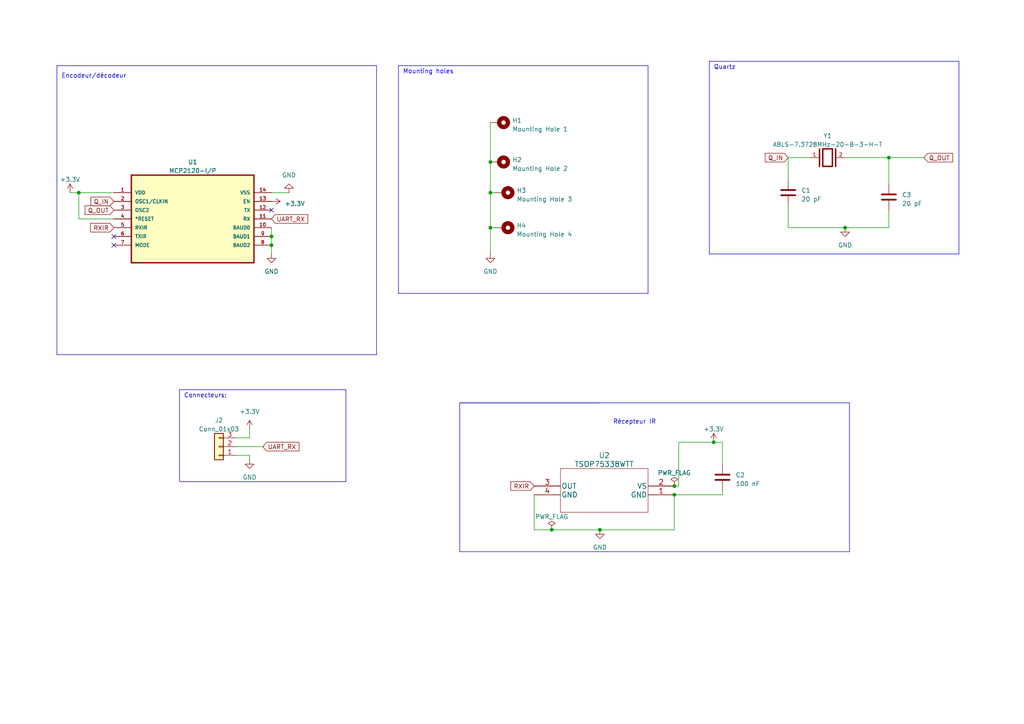
<source format=kicad_sch>
(kicad_sch (version 20230121) (generator eeschema)
  (paper "A4")
  (title_block (title "Cohoma IR"))
  (lib_symbols
    (symbol "2023-04-11_09-50-23:TSOP75338WTT" (pin_names (offset 0.254))
      (property "Reference" "U" (at 20.32 10.16 0))
      (property "Value" "TSOP75338WTT" (at 20.32 7.62 0))
      (symbol "TSOP75338WTT_1_1"
        (polyline (pts (xy 7.62 -7.62) (xy 33.02 -7.62)) (stroke (width 0.127)))
        (polyline (pts (xy 7.62 5.08) (xy 7.62 -7.62)) (stroke (width 0.127)))
        (polyline (pts (xy 33.02 -7.62) (xy 33.02 5.08)) (stroke (width 0.127)))
        (polyline (pts (xy 33.02 5.08) (xy 7.62 5.08)) (stroke (width 0.127)))
        (pin power_in line (at 0 0 0) (length 7.62) (name "GND") (number "1"))
        (pin power_in line (at 0 -2.54 0) (length 7.62) (name "VS") (number "2"))
        (pin output line (at 40.64 -2.54 180) (length 7.62) (name "OUT") (number "3"))
        (pin power_in line (at 40.64 0 180) (length 7.62) (name "GND") (number "4"))
      )
    )
    (symbol "ABLS-7.3728MHz-20-B-3-H-T:ABLS-7.3728MHz-20-B-3-H-T" (pin_names (offset 1.016))
      (property "Reference" "Y" (at -5.0878 3.8159 0))
      (property "Value" "ABLS-7.3728MHz-20-B-3-H-T" (at -5.0944 -5.0944 0))
      (symbol "ABLS-7.3728MHz-20-B-3-H-T_0_0"
        (polyline (pts (xy -2.3368 2.54) (xy -2.3368 -2.54)) (stroke (width 0.4064)))
        (polyline (pts (xy -1.397 2.54) (xy -1.397 -2.54)) (stroke (width 0.4064)))
        (polyline (pts (xy -1.397 2.54) (xy 1.397 2.54)) (stroke (width 0.4064)))
        (polyline (pts (xy 1.397 -2.54) (xy -1.397 -2.54)) (stroke (width 0.4064)))
        (polyline (pts (xy 1.397 2.54) (xy 1.397 -2.54)) (stroke (width 0.4064)))
        (polyline (pts (xy 2.3368 2.54) (xy 2.3368 -2.54)) (stroke (width 0.4064)))
        (pin passive line (at -5.08 0 0) (length 2.54) (name "~") (number "1"))
        (pin passive line (at 5.08 0 180) (length 2.54) (name "~") (number "2"))
      )
    )
    (symbol "Connector_Generic:Conn_01x03" (pin_names (offset 1.016) hide)
      (property "Reference" "J" (at 0 5.08 0))
      (property "Value" "Conn_01x03" (at 0 -5.08 0))
      (symbol "Conn_01x03_1_1"
        (rectangle (start -1.27 -2.413) (end 0 -2.667) (stroke (width 0.1524)))
        (rectangle (start -1.27 0.127) (end 0 -0.127) (stroke (width 0.1524)))
        (rectangle (start -1.27 2.667) (end 0 2.413) (stroke (width 0.1524)))
        (rectangle (start -1.27 3.81) (end 1.27 -3.81) (stroke (width 0.254)) (fill (type background)))
        (pin passive line (at -5.08 2.54 0) (length 3.81) (name "Pin_1") (number "1"))
        (pin passive line (at -5.08 0 0) (length 3.81) (name "Pin_2") (number "2"))
        (pin passive line (at -5.08 -2.54 0) (length 3.81) (name "Pin_3") (number "3"))
      )
    )
    (symbol "Device:C" (pin_numbers hide) (pin_names (offset 0.254))
      (property "Reference" "C" (at 0.635 2.54 0))
      (property "Value" "C" (at 0.635 -2.54 0))
      (symbol "C_0_1"
        (polyline (pts (xy -2.032 -0.762) (xy 2.032 -0.762)) (stroke (width 0.508)))
        (polyline (pts (xy -2.032 0.762) (xy 2.032 0.762)) (stroke (width 0.508)))
      )
      (symbol "C_1_1"
        (pin passive line (at 0 3.81 270) (length 2.794) (name "~") (number "1"))
        (pin passive line (at 0 -3.81 90) (length 2.794) (name "~") (number "2"))
      )
    )
    (symbol "MCP2120-I_P:MCP2120-I{slash}P" (pin_names (offset 1.016))
      (property "Reference" "U" (at -4.2418 11.2268 0))
      (property "Value" "MCP2120-I{slash}P" (at -4.8514 -18.2626 0))
      (symbol "MCP2120-I{slash}P_0_0"
        (rectangle (start -17.78 -15.24) (end 17.78 10.16) (stroke (width 0.4064)) (fill (type background)))
        (pin power_in line (at -22.86 5.08 0) (length 5.08) (name "VDD") (number "1"))
        (pin input line (at 22.86 -5.08 180) (length 5.08) (name "BAUD0") (number "10"))
        (pin output line (at 22.86 -2.54 180) (length 5.08) (name "RX") (number "11"))
        (pin input line (at 22.86 0 180) (length 5.08) (name "TX") (number "12"))
        (pin input line (at 22.86 2.54 180) (length 5.08) (name "EN") (number "13"))
        (pin passive line (at 22.86 5.08 180) (length 5.08) (name "VSS") (number "14"))
        (pin input line (at -22.86 2.54 0) (length 5.08) (name "OSC1/CLKIN") (number "2"))
        (pin input line (at -22.86 0 0) (length 5.08) (name "OSC2") (number "3"))
        (pin input line (at -22.86 -2.54 0) (length 5.08) (name "*RESET") (number "4"))
        (pin input line (at -22.86 -5.08 0) (length 5.08) (name "RXIR") (number "5"))
        (pin output line (at -22.86 -7.62 0) (length 5.08) (name "TXIR") (number "6"))
        (pin input line (at -22.86 -10.16 0) (length 5.08) (name "MODE") (number "7"))
        (pin input line (at 22.86 -10.16 180) (length 5.08) (name "BAUD2") (number "8"))
        (pin input line (at 22.86 -7.62 180) (length 5.08) (name "BAUD1") (number "9"))
      )
    )
    (symbol "Mechanical:MountingHole_Pad" (pin_numbers hide) (pin_names (offset 1.016) hide)
      (property "Reference" "H" (at 0 6.35 0))
      (property "Value" "MountingHole_Pad" (at 0 4.445 0))
      (symbol "MountingHole_Pad_0_1"
        (circle (center 0 1.27) (radius 1.27) (stroke (width 1.27)))
      )
      (symbol "MountingHole_Pad_1_1"
        (pin input line (at 0 -2.54 90) (length 2.54) (name "1") (number "1"))
      )
    )
    (symbol "power:+3.3V" (power) (pin_names (offset 0))
      (property "Value" "+3.3V" (at 0 3.556 0))
      (symbol "+3.3V_0_1"
        (polyline (pts (xy -0.762 1.27) (xy 0 2.54)))
        (polyline (pts (xy 0 0) (xy 0 2.54)))
        (polyline (pts (xy 0 2.54) (xy 0.762 1.27)))
      )
      (symbol "+3.3V_1_1"
        (pin power_in line (at 0 0 90) (length 0) hide (name "+3.3V") (number "1"))
      )
    )
    (symbol "power:GND" (power) (pin_names (offset 0))
      (property "Value" "GND" (at 0 -3.81 0))
      (symbol "GND_0_1"
        (polyline (pts (xy 0 0) (xy 0 -1.27) (xy 1.27 -1.27) (xy 0 -2.54) (xy -1.27 -1.27) (xy 0 -1.27)))
      )
      (symbol "GND_1_1"
        (pin power_in line (at 0 0 270) (length 0) hide (name "GND") (number "1"))
      )
    )
    (symbol "power:PWR_FLAG" (power) (pin_numbers hide) (pin_names (offset 0) hide)
      (property "Value" "PWR_FLAG" (at 0 3.81 0))
      (symbol "PWR_FLAG_0_0"
        (pin power_out line (at 0 0 90) (length 0) (name "pwr") (number "1"))
      )
      (symbol "PWR_FLAG_0_1"
        (polyline (pts (xy 0 0) (xy 0 1.27) (xy -1.016 1.905) (xy 0 2.54) (xy 1.016 1.905) (xy 0 1.27)))
      )
    )
  )
  (junction (at 142.24 66.04))
  (junction (at 142.24 46.99))
  (junction (at 160.02 153.67))
  (junction (at 142.24 55.88))
  (junction (at 207.01 128.27))
  (junction (at 245.11 66.04))
  (junction (at 173.99 153.67))
  (junction (at 195.58 143.51))
  (junction (at 257.81 45.72))
  (junction (at 78.74 68.58))
  (junction (at 195.58 140.97))
  (junction (at 78.74 71.12))
  (junction (at 22.86 55.88))
  (no_connect (at 33.02 71.12))
  (no_connect (at 33.02 68.58))
  (no_connect (at 78.74 60.96))
  (wire (pts (xy 196.85 128.27) (xy 196.85 140.97)))
  (wire (pts (xy 142.24 35.56) (xy 142.24 46.99)))
  (polyline (pts (xy 187.96 85.09) (xy 115.57 85.09)))
  (wire (pts (xy 160.02 153.67) (xy 173.99 153.67)))
  (wire (pts (xy 207.01 128.27) (xy 209.55 128.27)))
  (wire (pts (xy 228.6 45.72) (xy 228.6 52.07)))
  (polyline (pts (xy 109.22 19.05) (xy 109.22 102.87)))
  (wire (pts (xy 78.74 73.66) (xy 78.74 71.12)))
  (wire (pts (xy 33.02 63.5) (xy 22.86 63.5)))
  (wire (pts (xy 257.81 60.96) (xy 257.81 66.04)))
  (polyline (pts (xy 278.13 17.78) (xy 278.13 73.66)))
  (polyline (pts (xy 115.57 19.05) (xy 115.57 85.09)))
  (polyline (pts (xy 16.51 102.87) (xy 16.51 19.05)))
  (wire (pts (xy 22.86 55.88) (xy 33.02 55.88)))
  (wire (pts (xy 257.81 45.72) (xy 245.11 45.72)))
  (wire (pts (xy 195.58 140.97) (xy 196.85 140.97)))
  (wire (pts (xy 234.95 45.72) (xy 228.6 45.72)))
  (wire (pts (xy 257.81 45.72) (xy 257.81 53.34)))
  (wire (pts (xy 257.81 45.72) (xy 267.97 45.72)))
  (wire (pts (xy 22.86 63.5) (xy 22.86 55.88)))
  (wire (pts (xy 228.6 59.69) (xy 228.6 66.04)))
  (wire (pts (xy 209.55 143.51) (xy 195.58 143.51)))
  (wire (pts (xy 173.99 153.67) (xy 195.58 153.67)))
  (wire (pts (xy 142.24 66.04) (xy 142.24 73.66)))
  (wire (pts (xy 68.58 132.08) (xy 72.39 132.08)))
  (polyline (pts (xy 133.35 160.02) (xy 133.35 116.84)))
  (wire (pts (xy 154.94 153.67) (xy 160.02 153.67)))
  (polyline (pts (xy 278.13 73.66) (xy 205.74 73.66)))
  (wire (pts (xy 245.11 66.04) (xy 257.81 66.04)))
  (polyline (pts (xy 205.74 17.78) (xy 278.13 17.78)))
  (wire (pts (xy 142.24 55.88) (xy 142.24 66.04)))
  (polyline (pts (xy 173.99 116.84) (xy 133.35 116.84)))
  (polyline (pts (xy 133.35 116.84) (xy 246.38 116.84)))
  (wire (pts (xy 142.24 55.88) (xy 143.51 55.88)))
  (wire (pts (xy 209.55 134.62) (xy 209.55 128.27)))
  (wire (pts (xy 209.55 142.24) (xy 209.55 143.51)))
  (wire (pts (xy 68.58 129.54) (xy 76.2 129.54)))
  (polyline (pts (xy 246.38 116.84) (xy 246.38 160.02)))
  (polyline (pts (xy 187.96 19.05) (xy 187.96 85.09)))
  (wire (pts (xy 228.6 66.04) (xy 245.11 66.04)))
  (wire (pts (xy 78.74 55.88) (xy 83.82 55.88)))
  (wire (pts (xy 72.39 132.08) (xy 72.39 133.35)))
  (polyline (pts (xy 205.74 17.78) (xy 205.74 73.66)))
  (wire (pts (xy 78.74 71.12) (xy 78.74 68.58)))
  (polyline (pts (xy 115.57 19.05) (xy 187.96 19.05)))
  (polyline (pts (xy 246.38 160.02) (xy 133.35 160.02)))
  (wire (pts (xy 195.58 143.51) (xy 195.58 153.67)))
  (wire (pts (xy 154.94 143.51) (xy 154.94 153.67)))
  (polyline (pts (xy 21.59 19.05) (xy 109.22 19.05)))
  (wire (pts (xy 20.32 55.88) (xy 22.86 55.88)))
  (wire (pts (xy 68.58 127) (xy 72.39 127)))
  (wire (pts (xy 196.85 128.27) (xy 207.01 128.27)))
  (wire (pts (xy 142.24 46.99) (xy 142.24 55.88)))
  (wire (pts (xy 142.24 66.04) (xy 143.51 66.04)))
  (polyline (pts (xy 16.51 19.05) (xy 21.59 19.05)))
  (wire (pts (xy 78.74 68.58) (xy 78.74 66.04)))
  (polyline (pts (xy 109.22 102.87) (xy 16.51 102.87)))
  (wire (pts (xy 72.39 127) (xy 72.39 124.46)))
  (rectangle (start 52.07 113.03) (end 100.33 139.7))
  (text "Encodeur/décodeur" (at 17.78 22.86 0) (effects (font (size 1.27 1.27)) (justify left bottom)))
  (text "Connecteurs:\n" (at 53.34 115.57 0) (effects (font (size 1.27 1.27)) (justify left bottom)))
  (text "Récepteur IR" (at 177.8 123.19 0) (effects (font (size 1.27 1.27)) (justify left bottom)))
  (text "Quartz" (at 207.01 20.32 0) (effects (font (size 1.27 1.27)) (justify left bottom)))
  (text "Mounting holes" (at 116.84 21.59 0) (effects (font (size 1.27 1.27)) (justify left bottom)))
  (global_label "Q_OUT" (shape input) (at 33.02 60.96 180) (property "Intersheetrefs" "${INTERSHEET_REFS}" (effects hide)))
  (global_label "UART_RX" (shape input) (at 76.2 129.54 0) (property "Intersheetrefs" "${INTERSHEET_REFS}" (effects hide)))
  (global_label "Q_IN" (shape input) (at 228.6 45.72 180) (property "Intersheetrefs" "${INTERSHEET_REFS}" (effects hide)))
  (global_label "Q_OUT" (shape input) (at 267.97 45.72 0) (property "Intersheetrefs" "${INTERSHEET_REFS}" (effects hide)))
  (global_label "Q_IN" (shape input) (at 33.02 58.42 180) (property "Intersheetrefs" "${INTERSHEET_REFS}" (effects hide)))
  (global_label "RXIR" (shape input) (at 154.94 140.97 180) (property "Intersheetrefs" "${INTERSHEET_REFS}" (effects hide)))
  (global_label "RXIR" (shape input) (at 33.02 66.04 180) (property "Intersheetrefs" "${INTERSHEET_REFS}" (effects hide)))
  (global_label "UART_RX" (shape input) (at 78.74 63.5 0) (property "Intersheetrefs" "${INTERSHEET_REFS}" (effects hide)))
  (symbol (lib_id "Device:C") (at 228.6 55.88 0) (unit 1)
    (property "Reference" "C1" (at 232.41 55.245 0) (effects (justify left)))
    (property "Value" "20 pF" (at 232.41 57.785 0) (effects (justify left)))
    (property "Footprint" "Capacitor_SMD:C_0603_1608Metric_Pad1.08x0.95mm_HandSolder" (effects hide))
  )
  (symbol (lib_id "ABLS-7.3728MHz-20-B-3-H-T:ABLS-7.3728MHz-20-B-3-H-T") (at 240.03 45.72 0) (unit 1)
    (property "Reference" "Y1" (at 240.03 39.37 0))
    (property "Value" "ABLS-7.3728MHz-20-B-3-H-T" (at 240.03 41.91 0))
    (property "Footprint" "Crystal:Crystal_SMD_7050-2Pin_7.0x5.0mm" (effects hide))
    (property "PARTREV" "02.16.2021" (effects hide))
    (property "MANUFACTURER" "Abracon" (effects hide))
    (property "STANDARD" "Manufacturer Recommendations" (effects hide))
    (property "MAXIMUM_PACKAGE_HEIGHT" "4.2 mm" (effects hide))
  )
  (symbol (lib_id "power:+3.3V") (at 72.39 124.46 0) (unit 1)
    (property "Reference" "#PWR09" (effects hide))
    (property "Value" "+3.3V" (at 72.39 119.38 0))
  )
  (symbol (lib_id "Device:C") (at 209.55 138.43 0) (unit 1)
    (property "Reference" "C2" (at 213.36 137.795 0) (effects (justify left)))
    (property "Value" "100 nF" (at 213.36 140.335 0) (effects (justify left)))
    (property "Footprint" "Capacitor_SMD:C_0603_1608Metric_Pad1.08x0.95mm_HandSolder" (effects hide))
  )
  (symbol (lib_id "power:GND") (at 72.39 133.35 0) (unit 1)
    (property "Reference" "#PWR010" (effects hide))
    (property "Value" "GND" (at 72.39 138.43 0))
  )
  (symbol (lib_id "Device:C") (at 257.81 57.15 0) (unit 1)
    (property "Reference" "C3" (at 261.62 56.515 0) (effects (justify left)))
    (property "Value" "20 pF" (at 261.62 59.055 0) (effects (justify left)))
    (property "Footprint" "Capacitor_SMD:C_0603_1608Metric_Pad1.08x0.95mm_HandSolder" (effects hide))
  )
  (symbol (lib_id "Mechanical:MountingHole_Pad") (at 144.78 46.99 270) (unit 1)
    (property "Reference" "H2" (at 148.59 46.355 90) (effects (justify left)))
    (property "Value" "Mounting Hole 2" (at 148.59 48.895 90) (effects (justify left)))
    (property "Footprint" "MountingHole:MountingHole_3.2mm_M3_DIN965_Pad" (effects hide))
  )
  (symbol (lib_id "Mechanical:MountingHole_Pad") (at 144.78 35.56 270) (unit 1)
    (property "Reference" "H1" (at 148.59 34.925 90) (effects (justify left)))
    (property "Value" "Mounting Hole 1" (at 148.59 37.465 90) (effects (justify left)))
    (property "Footprint" "MountingHole:MountingHole_3.2mm_M3_DIN965_Pad" (effects hide))
  )
  (symbol (lib_id "MCP2120-I_P:MCP2120-I{slash}P") (at 55.88 60.96 0) (unit 1)
    (property "Reference" "U1" (at 55.88 46.99 0))
    (property "Value" "MCP2120-I/P" (at 55.88 49.53 0))
    (property "Footprint" "Package_SO:SOIC-14_3.9x8.7mm_P1.27mm" (effects hide))
    (property "MPN" "MCP2120-I/P" (effects hide))
    (property "OC_NEWARK" "65K1033" (effects hide))
    (property "OC_FARNELL" "1084304" (effects hide))
    (property "SUPPLIER" "Microchip" (effects hide))
    (property "PACKAGE" "DIP14" (effects hide))
  )
  (symbol (lib_id "Mechanical:MountingHole_Pad") (at 146.05 66.04 270) (unit 1)
    (property "Reference" "H4" (at 149.86 65.405 90) (effects (justify left)))
    (property "Value" "Mounting Hole 4" (at 149.86 67.945 90) (effects (justify left)))
    (property "Footprint" "MountingHole:MountingHole_3.2mm_M3_DIN965_Pad" (effects hide))
  )
  (symbol (lib_id "Mechanical:MountingHole_Pad") (at 146.05 55.88 270) (unit 1)
    (property "Reference" "H3" (at 149.86 55.245 90) (effects (justify left)))
    (property "Value" "Mounting Hole 3" (at 149.86 57.785 90) (effects (justify left)))
    (property "Footprint" "MountingHole:MountingHole_3.2mm_M3_DIN965_Pad" (effects hide))
  )
  (symbol (lib_id "power:+3.3V") (at 20.32 55.88 0) (unit 1)
    (property "Reference" "#PWR04" (effects hide))
    (property "Value" "+3.3V" (at 20.32 52.07 0))
  )
  (symbol (lib_id "power:GND") (at 83.82 55.88 180) (unit 1)
    (property "Reference" "#PWR01" (effects hide))
    (property "Value" "GND" (at 83.82 50.8 0))
  )
  (symbol (lib_id "power:PWR_FLAG") (at 195.58 140.97 0) (unit 1)
    (property "Reference" "#FLG02" (effects hide))
    (property "Value" "PWR_FLAG" (at 195.58 137.16 0))
  )
  (symbol (lib_id "power:GND") (at 245.11 66.04 0) (unit 1)
    (property "Reference" "#PWR03" (effects hide))
    (property "Value" "GND" (at 245.11 71.12 0))
  )
  (symbol (lib_id "2023-04-11_09-50-23:TSOP75338WTT") (at 195.58 143.51 180) (unit 1)
    (property "Reference" "U2" (at 175.26 132.08 0) (effects (font (size 1.524 1.524))))
    (property "Value" "TSOP75338WTT" (at 175.26 134.62 0) (effects (font (size 1.524 1.524))))
    (property "Footprint" "Package_SO:TSOP753TT" (effects hide))
  )
  (symbol (lib_id "power:+3.3V") (at 207.01 128.27 0) (unit 1)
    (property "Reference" "#PWR05" (effects hide))
    (property "Value" "+3.3V" (at 207.01 124.46 0))
  )
  (symbol (lib_id "power:PWR_FLAG") (at 160.02 153.67 0) (unit 1)
    (property "Reference" "#FLG03" (effects hide))
    (property "Value" "PWR_FLAG" (at 160.02 149.86 0))
  )
  (symbol (lib_id "power:+3.3V") (at 78.74 58.42 270) (unit 1)
    (property "Reference" "#PWR08" (effects hide))
    (property "Value" "+3.3V" (at 82.55 59.055 90) (effects (justify left)))
  )
  (symbol (lib_id "power:GND") (at 173.99 153.67 0) (unit 1)
    (property "Reference" "#PWR02" (effects hide))
    (property "Value" "GND" (at 173.99 158.75 0))
  )
  (symbol (lib_id "power:GND") (at 142.24 73.66 0) (unit 1)
    (property "Reference" "#PWR07" (effects hide))
    (property "Value" "GND" (at 142.24 78.74 0))
  )
  (symbol (lib_id "Connector_Generic:Conn_01x03") (at 63.5 129.54 180) (unit 1)
    (property "Reference" "J2" (at 63.5 121.92 0))
    (property "Value" "Conn_01x03" (at 63.5 124.46 0))
    (property "Footprint" "Connector_PinHeader_1.27mm:PinHeader_1x03_P1.27mm_Horizontal" (effects hide))
  )
  (symbol (lib_id "power:GND") (at 78.74 73.66 0) (unit 1)
    (property "Reference" "#PWR06" (effects hide))
    (property "Value" "GND" (at 78.74 78.74 0))
  )
)
</source>
